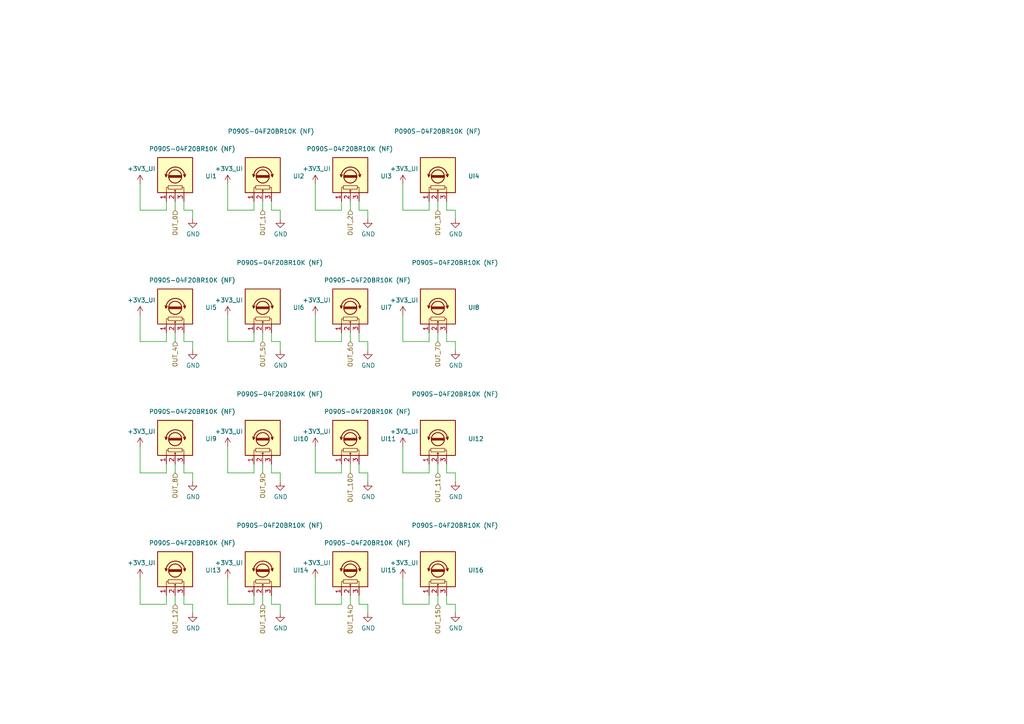
<source format=kicad_sch>
(kicad_sch (version 20211123) (generator eeschema)
  (paper "A4")
  (lib_symbols
    (symbol "power:GND" (power) (pin_names (offset 0))
      (property "Value" "GND" (at 0 -3.81 0))
      (symbol "GND_0_1"
        (polyline (pts (xy 0 0) (xy 0 -1.27) (xy 1.27 -1.27) (xy 0 -2.54) (xy -1.27 -1.27) (xy 0 -1.27)))
      )
      (symbol "GND_1_1"
        (pin power_in line (at 0 0 270) (length 0) hide (name "GND") (number "1"))
      )
    )
    (symbol "suku_basics:+3V3_UI" (power) (pin_names (offset 0))
      (property "Value" "+3V3_UI" (at 0 3.556 0))
      (symbol "+3V3_UI_0_1"
        (polyline (pts (xy -0.762 1.27) (xy 0 2.54)))
        (polyline (pts (xy 0 0) (xy 0 2.54)))
        (polyline (pts (xy 0 2.54) (xy 0.762 1.27)))
      )
      (symbol "+3V3_UI_1_1"
        (pin power_in line (at 0 0 90) (length 0) hide (name "+3V3_UI") (number "1"))
      )
    )
    (symbol "suku_basics:UI_Potentiometer" (pin_names (offset 0.254) hide)
      (property "Reference" "UI" (at 0 11.684 0))
      (property "Value" "UI_Potentiometer" (at 0 -12.7 0))
      (symbol "UI_Potentiometer_0_1"
        (rectangle (start -5.08 5.08) (end 5.08 -5.08) (stroke (width 0.254)) (fill (type background)))
        (rectangle (start -4.064 2.032) (end -3.048 -2.032))
        (arc (start -0.381 -2.794) (mid 2.3622 -0.0508) (end -0.381 2.667) (stroke (width 0.254)))
        (circle (center -0.381 0) (radius 1.905) (stroke (width 0.254)))
        (polyline (pts (xy -0.635 -1.778) (xy -0.635 1.778)) (stroke (width 0.254)))
        (polyline (pts (xy -0.381 -1.778) (xy -0.381 1.778)) (stroke (width 0.254)))
        (polyline (pts (xy -0.127 1.778) (xy -0.127 -1.778)) (stroke (width 0.254)))
        (polyline (pts (xy 0.254 -3.048) (xy -0.508 -2.794) (xy 0.127 -2.413)) (stroke (width 0.254)))
        (polyline (pts (xy 0.254 2.921) (xy -0.508 2.667) (xy 0.127 2.286)) (stroke (width 0.254)))
        (polyline (pts (xy -5.08 -2.54) (xy -3.81 -2.54) (xy -3.556 -2.54) (xy -3.556 -2.032)))
        (polyline (pts (xy -5.08 2.54) (xy -3.81 2.54) (xy -3.556 2.54) (xy -3.556 2.032)))
        (polyline (pts (xy -5.08 0) (xy -4.318 0) (xy -4.572 0.254) (xy -4.572 -0.254) (xy -4.318 0)))
      )
      (symbol "UI_Potentiometer_1_1"
        (pin passive line (at -7.62 2.54 0) (length 2.54) (name "1") (number "1"))
        (pin passive line (at -7.62 0 0) (length 2.54) (name "2") (number "2"))
        (pin passive line (at -7.62 -2.54 0) (length 2.54) (name "3") (number "3"))
        (pin no_connect line (at 0 7.62 270) (length 2.54) hide (name "4") (number "4"))
        (pin no_connect line (at 0 -7.62 90) (length 2.54) hide (name "5") (number "5"))
      )
    )
  )
  (wire (pts (xy 91.44 129.54) (xy 91.44 137.16)))
  (wire (pts (xy 91.44 60.96) (xy 99.06 60.96)))
  (wire (pts (xy 53.34 175.26) (xy 53.34 172.72)))
  (wire (pts (xy 106.68 137.16) (xy 104.14 137.16)))
  (wire (pts (xy 116.84 60.96) (xy 124.46 60.96)))
  (wire (pts (xy 106.68 63.5) (xy 106.68 60.96)))
  (wire (pts (xy 132.08 99.06) (xy 129.54 99.06)))
  (wire (pts (xy 40.64 99.06) (xy 48.26 99.06)))
  (wire (pts (xy 55.88 60.96) (xy 53.34 60.96)))
  (wire (pts (xy 40.64 91.44) (xy 40.64 99.06)))
  (wire (pts (xy 129.54 60.96) (xy 129.54 58.42)))
  (wire (pts (xy 55.88 137.16) (xy 53.34 137.16)))
  (wire (pts (xy 106.68 177.8) (xy 106.68 175.26)))
  (wire (pts (xy 76.2 175.26) (xy 76.2 172.72)))
  (wire (pts (xy 73.66 175.26) (xy 73.66 172.72)))
  (wire (pts (xy 91.44 53.34) (xy 91.44 60.96)))
  (wire (pts (xy 81.28 60.96) (xy 78.74 60.96)))
  (wire (pts (xy 40.64 137.16) (xy 48.26 137.16)))
  (wire (pts (xy 124.46 60.96) (xy 124.46 58.42)))
  (wire (pts (xy 104.14 99.06) (xy 104.14 96.52)))
  (wire (pts (xy 91.44 175.26) (xy 99.06 175.26)))
  (wire (pts (xy 81.28 175.26) (xy 78.74 175.26)))
  (wire (pts (xy 53.34 60.96) (xy 53.34 58.42)))
  (wire (pts (xy 48.26 99.06) (xy 48.26 96.52)))
  (wire (pts (xy 116.84 53.34) (xy 116.84 60.96)))
  (wire (pts (xy 101.6 137.16) (xy 101.6 134.62)))
  (wire (pts (xy 132.08 139.7) (xy 132.08 137.16)))
  (wire (pts (xy 50.8 175.26) (xy 50.8 172.72)))
  (wire (pts (xy 99.06 137.16) (xy 99.06 134.62)))
  (wire (pts (xy 76.2 137.16) (xy 76.2 134.62)))
  (wire (pts (xy 40.64 60.96) (xy 48.26 60.96)))
  (wire (pts (xy 66.04 99.06) (xy 73.66 99.06)))
  (wire (pts (xy 101.6 99.06) (xy 101.6 96.52)))
  (wire (pts (xy 106.68 99.06) (xy 104.14 99.06)))
  (wire (pts (xy 55.88 63.5) (xy 55.88 60.96)))
  (wire (pts (xy 55.88 101.6) (xy 55.88 99.06)))
  (wire (pts (xy 106.68 101.6) (xy 106.68 99.06)))
  (wire (pts (xy 101.6 175.26) (xy 101.6 172.72)))
  (wire (pts (xy 40.64 53.34) (xy 40.64 60.96)))
  (wire (pts (xy 81.28 177.8) (xy 81.28 175.26)))
  (wire (pts (xy 116.84 129.54) (xy 116.84 137.16)))
  (wire (pts (xy 66.04 167.64) (xy 66.04 175.26)))
  (wire (pts (xy 78.74 137.16) (xy 78.74 134.62)))
  (wire (pts (xy 48.26 60.96) (xy 48.26 58.42)))
  (wire (pts (xy 81.28 101.6) (xy 81.28 99.06)))
  (wire (pts (xy 40.64 175.26) (xy 48.26 175.26)))
  (wire (pts (xy 91.44 167.64) (xy 91.44 175.26)))
  (wire (pts (xy 124.46 137.16) (xy 124.46 134.62)))
  (wire (pts (xy 66.04 175.26) (xy 73.66 175.26)))
  (wire (pts (xy 66.04 60.96) (xy 73.66 60.96)))
  (wire (pts (xy 99.06 60.96) (xy 99.06 58.42)))
  (wire (pts (xy 129.54 137.16) (xy 129.54 134.62)))
  (wire (pts (xy 129.54 175.26) (xy 129.54 172.72)))
  (wire (pts (xy 78.74 99.06) (xy 78.74 96.52)))
  (wire (pts (xy 78.74 60.96) (xy 78.74 58.42)))
  (wire (pts (xy 127 175.26) (xy 127 172.72)))
  (wire (pts (xy 66.04 129.54) (xy 66.04 137.16)))
  (wire (pts (xy 91.44 99.06) (xy 99.06 99.06)))
  (wire (pts (xy 127 137.16) (xy 127 134.62)))
  (wire (pts (xy 53.34 137.16) (xy 53.34 134.62)))
  (wire (pts (xy 55.88 99.06) (xy 53.34 99.06)))
  (wire (pts (xy 48.26 175.26) (xy 48.26 172.72)))
  (wire (pts (xy 132.08 177.8) (xy 132.08 175.26)))
  (wire (pts (xy 132.08 101.6) (xy 132.08 99.06)))
  (wire (pts (xy 48.26 137.16) (xy 48.26 134.62)))
  (wire (pts (xy 101.6 60.96) (xy 101.6 58.42)))
  (wire (pts (xy 99.06 99.06) (xy 99.06 96.52)))
  (wire (pts (xy 40.64 167.64) (xy 40.64 175.26)))
  (wire (pts (xy 81.28 137.16) (xy 78.74 137.16)))
  (wire (pts (xy 116.84 99.06) (xy 124.46 99.06)))
  (wire (pts (xy 53.34 99.06) (xy 53.34 96.52)))
  (wire (pts (xy 76.2 60.96) (xy 76.2 58.42)))
  (wire (pts (xy 81.28 99.06) (xy 78.74 99.06)))
  (wire (pts (xy 78.74 175.26) (xy 78.74 172.72)))
  (wire (pts (xy 76.2 99.06) (xy 76.2 96.52)))
  (wire (pts (xy 132.08 137.16) (xy 129.54 137.16)))
  (wire (pts (xy 106.68 60.96) (xy 104.14 60.96)))
  (wire (pts (xy 73.66 60.96) (xy 73.66 58.42)))
  (wire (pts (xy 81.28 63.5) (xy 81.28 60.96)))
  (wire (pts (xy 66.04 91.44) (xy 66.04 99.06)))
  (wire (pts (xy 50.8 60.96) (xy 50.8 58.42)))
  (wire (pts (xy 116.84 175.26) (xy 124.46 175.26)))
  (wire (pts (xy 73.66 99.06) (xy 73.66 96.52)))
  (wire (pts (xy 106.68 175.26) (xy 104.14 175.26)))
  (wire (pts (xy 132.08 60.96) (xy 129.54 60.96)))
  (wire (pts (xy 127 99.06) (xy 127 96.52)))
  (wire (pts (xy 106.68 139.7) (xy 106.68 137.16)))
  (wire (pts (xy 40.64 129.54) (xy 40.64 137.16)))
  (wire (pts (xy 50.8 137.16) (xy 50.8 134.62)))
  (wire (pts (xy 66.04 53.34) (xy 66.04 60.96)))
  (wire (pts (xy 116.84 167.64) (xy 116.84 175.26)))
  (wire (pts (xy 104.14 60.96) (xy 104.14 58.42)))
  (wire (pts (xy 132.08 63.5) (xy 132.08 60.96)))
  (wire (pts (xy 116.84 137.16) (xy 124.46 137.16)))
  (wire (pts (xy 104.14 137.16) (xy 104.14 134.62)))
  (wire (pts (xy 91.44 137.16) (xy 99.06 137.16)))
  (wire (pts (xy 50.8 99.06) (xy 50.8 96.52)))
  (wire (pts (xy 129.54 99.06) (xy 129.54 96.52)))
  (wire (pts (xy 116.84 91.44) (xy 116.84 99.06)))
  (wire (pts (xy 124.46 99.06) (xy 124.46 96.52)))
  (wire (pts (xy 127 60.96) (xy 127 58.42)))
  (wire (pts (xy 73.66 137.16) (xy 73.66 134.62)))
  (wire (pts (xy 66.04 137.16) (xy 73.66 137.16)))
  (wire (pts (xy 91.44 91.44) (xy 91.44 99.06)))
  (wire (pts (xy 55.88 175.26) (xy 53.34 175.26)))
  (wire (pts (xy 104.14 175.26) (xy 104.14 172.72)))
  (wire (pts (xy 99.06 175.26) (xy 99.06 172.72)))
  (wire (pts (xy 55.88 177.8) (xy 55.88 175.26)))
  (wire (pts (xy 55.88 139.7) (xy 55.88 137.16)))
  (wire (pts (xy 124.46 175.26) (xy 124.46 172.72)))
  (wire (pts (xy 81.28 139.7) (xy 81.28 137.16)))
  (wire (pts (xy 132.08 175.26) (xy 129.54 175.26)))
  (hierarchical_label "OUT_4" (shape input) (at 50.8 99.06 270))
  (hierarchical_label "OUT_13" (shape input) (at 76.2 175.26 270))
  (hierarchical_label "OUT_5" (shape input) (at 76.2 99.06 270))
  (hierarchical_label "OUT_1" (shape input) (at 76.2 60.96 270))
  (hierarchical_label "OUT_2" (shape input) (at 101.6 60.96 270))
  (hierarchical_label "OUT_12" (shape input) (at 50.8 175.26 270))
  (hierarchical_label "OUT_11" (shape input) (at 127 137.16 270))
  (hierarchical_label "OUT_15" (shape input) (at 127 175.26 270))
  (hierarchical_label "OUT_7" (shape input) (at 127 99.06 270))
  (hierarchical_label "OUT_3" (shape input) (at 127 60.96 270))
  (hierarchical_label "OUT_0" (shape input) (at 50.8 60.96 270))
  (hierarchical_label "OUT_10" (shape input) (at 101.6 137.16 270))
  (hierarchical_label "OUT_14" (shape input) (at 101.6 175.26 270))
  (hierarchical_label "OUT_8" (shape input) (at 50.8 137.16 270))
  (hierarchical_label "OUT_9" (shape input) (at 76.2 137.16 270))
  (hierarchical_label "OUT_6" (shape input) (at 101.6 99.06 270))
  (symbol (lib_id "suku_basics:UI_Potentiometer") (at 50.8 50.8 90) (unit 1)
    (property "Reference" "UI1" (at 59.5376 51.0794 90) (effects (justify right)))
    (property "Value" "P090S-04F20BR10K (NF)" (at 43.18 43.18 90) (effects (justify right)))
    (property "Footprint" "suku_basics:UI_POT_TT" (effects hide))
  )
  (symbol (lib_id "suku_basics:UI_Potentiometer") (at 76.2 50.8 90) (unit 1)
    (property "Reference" "UI2" (at 84.9376 51.0794 90) (effects (justify right)))
    (property "Value" "P090S-04F20BR10K (NF)" (at 66.04 38.1 90) (effects (justify right)))
    (property "Footprint" "suku_basics:UI_POT_TT" (effects hide))
  )
  (symbol (lib_id "suku_basics:UI_Potentiometer") (at 101.6 50.8 90) (unit 1)
    (property "Reference" "UI3" (at 110.3376 51.0794 90) (effects (justify right)))
    (property "Value" "P090S-04F20BR10K (NF)" (at 88.9 43.18 90) (effects (justify right)))
    (property "Footprint" "suku_basics:UI_POT_TT" (effects hide))
  )
  (symbol (lib_id "suku_basics:UI_Potentiometer") (at 127 50.8 90) (unit 1)
    (property "Reference" "UI4" (at 135.7376 51.0794 90) (effects (justify right)))
    (property "Value" "P090S-04F20BR10K (NF)" (at 114.3 38.1 90) (effects (justify right)))
    (property "Footprint" "suku_basics:UI_POT_TT" (effects hide))
  )
  (symbol (lib_id "suku_basics:UI_Potentiometer") (at 50.8 88.9 90) (unit 1)
    (property "Reference" "UI5" (at 59.5376 89.1794 90) (effects (justify right)))
    (property "Value" "P090S-04F20BR10K (NF)" (at 43.18 81.28 90) (effects (justify right)))
    (property "Footprint" "suku_basics:UI_POT_TT" (effects hide))
  )
  (symbol (lib_id "suku_basics:UI_Potentiometer") (at 76.2 88.9 90) (unit 1)
    (property "Reference" "UI6" (at 84.9376 89.1794 90) (effects (justify right)))
    (property "Value" "P090S-04F20BR10K (NF)" (at 68.58 76.2 90) (effects (justify right)))
    (property "Footprint" "suku_basics:UI_POT_TT" (effects hide))
  )
  (symbol (lib_id "suku_basics:UI_Potentiometer") (at 101.6 88.9 90) (unit 1)
    (property "Reference" "UI7" (at 110.3376 89.1794 90) (effects (justify right)))
    (property "Value" "P090S-04F20BR10K (NF)" (at 93.98 81.28 90) (effects (justify right)))
    (property "Footprint" "suku_basics:UI_POT_TT" (effects hide))
  )
  (symbol (lib_id "suku_basics:UI_Potentiometer") (at 127 88.9 90) (unit 1)
    (property "Reference" "UI8" (at 135.7376 89.1794 90) (effects (justify right)))
    (property "Value" "P090S-04F20BR10K (NF)" (at 119.38 76.2 90) (effects (justify right)))
    (property "Footprint" "suku_basics:UI_POT_TT" (effects hide))
  )
  (symbol (lib_id "suku_basics:UI_Potentiometer") (at 50.8 127 90) (unit 1)
    (property "Reference" "UI9" (at 59.5376 127.2794 90) (effects (justify right)))
    (property "Value" "P090S-04F20BR10K (NF)" (at 43.18 119.38 90) (effects (justify right)))
    (property "Footprint" "suku_basics:UI_POT_TT" (effects hide))
  )
  (symbol (lib_id "suku_basics:UI_Potentiometer") (at 76.2 127 90) (unit 1)
    (property "Reference" "UI10" (at 84.9376 127.2794 90) (effects (justify right)))
    (property "Value" "P090S-04F20BR10K (NF)" (at 68.58 114.3 90) (effects (justify right)))
    (property "Footprint" "suku_basics:UI_POT_TT" (effects hide))
  )
  (symbol (lib_id "suku_basics:UI_Potentiometer") (at 101.6 127 90) (unit 1)
    (property "Reference" "UI11" (at 110.3376 127.2794 90) (effects (justify right)))
    (property "Value" "P090S-04F20BR10K (NF)" (at 93.98 119.38 90) (effects (justify right)))
    (property "Footprint" "suku_basics:UI_POT_TT" (effects hide))
  )
  (symbol (lib_id "suku_basics:UI_Potentiometer") (at 127 127 90) (unit 1)
    (property "Reference" "UI12" (at 135.7376 127.2794 90) (effects (justify right)))
    (property "Value" "P090S-04F20BR10K (NF)" (at 119.38 114.3 90) (effects (justify right)))
    (property "Footprint" "suku_basics:UI_POT_TT" (effects hide))
  )
  (symbol (lib_id "suku_basics:UI_Potentiometer") (at 50.8 165.1 90) (unit 1)
    (property "Reference" "UI13" (at 59.5376 165.3794 90) (effects (justify right)))
    (property "Value" "P090S-04F20BR10K (NF)" (at 43.18 157.48 90) (effects (justify right)))
    (property "Footprint" "suku_basics:UI_POT_TT" (effects hide))
  )
  (symbol (lib_id "suku_basics:UI_Potentiometer") (at 76.2 165.1 90) (unit 1)
    (property "Reference" "UI14" (at 84.9376 165.3794 90) (effects (justify right)))
    (property "Value" "P090S-04F20BR10K (NF)" (at 68.58 152.4 90) (effects (justify right)))
    (property "Footprint" "suku_basics:UI_POT_TT" (effects hide))
  )
  (symbol (lib_id "suku_basics:UI_Potentiometer") (at 101.6 165.1 90) (unit 1)
    (property "Reference" "UI15" (at 110.3376 165.3794 90) (effects (justify right)))
    (property "Value" "P090S-04F20BR10K (NF)" (at 93.98 157.48 90) (effects (justify right)))
    (property "Footprint" "suku_basics:UI_POT_TT" (effects hide))
  )
  (symbol (lib_id "suku_basics:UI_Potentiometer") (at 127 165.1 90) (unit 1)
    (property "Reference" "UI16" (at 135.7376 165.3794 90) (effects (justify right)))
    (property "Value" "P090S-04F20BR10K (NF)" (at 119.38 152.4 90) (effects (justify right)))
    (property "Footprint" "suku_basics:UI_POT_TT" (effects hide))
  )
  (symbol (lib_id "suku_basics:+3V3_UI") (at 40.64 53.34 0) (unit 1)
    (property "Reference" "#PWR049" (effects hide))
    (property "Value" "+3V3_UI" (at 41.021 48.9458 0))
  )
  (symbol (lib_id "power:GND") (at 55.88 63.5 0) (unit 1)
    (property "Reference" "#PWR053" (effects hide))
    (property "Value" "GND" (at 56.007 67.8942 0))
  )
  (symbol (lib_id "suku_basics:+3V3_UI") (at 66.04 53.34 0) (unit 1)
    (property "Reference" "#PWR050" (effects hide))
    (property "Value" "+3V3_UI" (at 66.421 48.9458 0))
  )
  (symbol (lib_id "power:GND") (at 81.28 63.5 0) (unit 1)
    (property "Reference" "#PWR054" (effects hide))
    (property "Value" "GND" (at 81.407 67.8942 0))
  )
  (symbol (lib_id "suku_basics:+3V3_UI") (at 91.44 53.34 0) (unit 1)
    (property "Reference" "#PWR051" (effects hide))
    (property "Value" "+3V3_UI" (at 91.821 48.9458 0))
  )
  (symbol (lib_id "power:GND") (at 106.68 63.5 0) (unit 1)
    (property "Reference" "#PWR055" (effects hide))
    (property "Value" "GND" (at 106.807 67.8942 0))
  )
  (symbol (lib_id "suku_basics:+3V3_UI") (at 116.84 53.34 0) (unit 1)
    (property "Reference" "#PWR052" (effects hide))
    (property "Value" "+3V3_UI" (at 117.221 48.9458 0))
  )
  (symbol (lib_id "power:GND") (at 132.08 63.5 0) (unit 1)
    (property "Reference" "#PWR056" (effects hide))
    (property "Value" "GND" (at 132.207 67.8942 0))
  )
  (symbol (lib_id "suku_basics:+3V3_UI") (at 40.64 91.44 0) (unit 1)
    (property "Reference" "#PWR057" (effects hide))
    (property "Value" "+3V3_UI" (at 41.021 87.0458 0))
  )
  (symbol (lib_id "power:GND") (at 55.88 101.6 0) (unit 1)
    (property "Reference" "#PWR061" (effects hide))
    (property "Value" "GND" (at 56.007 105.9942 0))
  )
  (symbol (lib_id "suku_basics:+3V3_UI") (at 66.04 91.44 0) (unit 1)
    (property "Reference" "#PWR058" (effects hide))
    (property "Value" "+3V3_UI" (at 66.421 87.0458 0))
  )
  (symbol (lib_id "power:GND") (at 81.28 101.6 0) (unit 1)
    (property "Reference" "#PWR062" (effects hide))
    (property "Value" "GND" (at 81.407 105.9942 0))
  )
  (symbol (lib_id "suku_basics:+3V3_UI") (at 91.44 91.44 0) (unit 1)
    (property "Reference" "#PWR059" (effects hide))
    (property "Value" "+3V3_UI" (at 91.821 87.0458 0))
  )
  (symbol (lib_id "power:GND") (at 106.68 101.6 0) (unit 1)
    (property "Reference" "#PWR063" (effects hide))
    (property "Value" "GND" (at 106.807 105.9942 0))
  )
  (symbol (lib_id "suku_basics:+3V3_UI") (at 116.84 91.44 0) (unit 1)
    (property "Reference" "#PWR060" (effects hide))
    (property "Value" "+3V3_UI" (at 117.221 87.0458 0))
  )
  (symbol (lib_id "power:GND") (at 132.08 101.6 0) (unit 1)
    (property "Reference" "#PWR064" (effects hide))
    (property "Value" "GND" (at 132.207 105.9942 0))
  )
  (symbol (lib_id "suku_basics:+3V3_UI") (at 40.64 129.54 0) (unit 1)
    (property "Reference" "#PWR065" (effects hide))
    (property "Value" "+3V3_UI" (at 41.021 125.1458 0))
  )
  (symbol (lib_id "power:GND") (at 55.88 139.7 0) (unit 1)
    (property "Reference" "#PWR069" (effects hide))
    (property "Value" "GND" (at 56.007 144.0942 0))
  )
  (symbol (lib_id "suku_basics:+3V3_UI") (at 66.04 129.54 0) (unit 1)
    (property "Reference" "#PWR066" (effects hide))
    (property "Value" "+3V3_UI" (at 66.421 125.1458 0))
  )
  (symbol (lib_id "power:GND") (at 81.28 139.7 0) (unit 1)
    (property "Reference" "#PWR070" (effects hide))
    (property "Value" "GND" (at 81.407 144.0942 0))
  )
  (symbol (lib_id "suku_basics:+3V3_UI") (at 91.44 129.54 0) (unit 1)
    (property "Reference" "#PWR067" (effects hide))
    (property "Value" "+3V3_UI" (at 91.821 125.1458 0))
  )
  (symbol (lib_id "power:GND") (at 106.68 139.7 0) (unit 1)
    (property "Reference" "#PWR071" (effects hide))
    (property "Value" "GND" (at 106.807 144.0942 0))
  )
  (symbol (lib_id "suku_basics:+3V3_UI") (at 116.84 129.54 0) (unit 1)
    (property "Reference" "#PWR068" (effects hide))
    (property "Value" "+3V3_UI" (at 117.221 125.1458 0))
  )
  (symbol (lib_id "power:GND") (at 132.08 139.7 0) (unit 1)
    (property "Reference" "#PWR072" (effects hide))
    (property "Value" "GND" (at 132.207 144.0942 0))
  )
  (symbol (lib_id "suku_basics:+3V3_UI") (at 40.64 167.64 0) (unit 1)
    (property "Reference" "#PWR073" (effects hide))
    (property "Value" "+3V3_UI" (at 41.021 163.2458 0))
  )
  (symbol (lib_id "power:GND") (at 55.88 177.8 0) (unit 1)
    (property "Reference" "#PWR077" (effects hide))
    (property "Value" "GND" (at 56.007 182.1942 0))
  )
  (symbol (lib_id "suku_basics:+3V3_UI") (at 66.04 167.64 0) (unit 1)
    (property "Reference" "#PWR074" (effects hide))
    (property "Value" "+3V3_UI" (at 66.421 163.2458 0))
  )
  (symbol (lib_id "power:GND") (at 81.28 177.8 0) (unit 1)
    (property "Reference" "#PWR078" (effects hide))
    (property "Value" "GND" (at 81.407 182.1942 0))
  )
  (symbol (lib_id "suku_basics:+3V3_UI") (at 91.44 167.64 0) (unit 1)
    (property "Reference" "#PWR075" (effects hide))
    (property "Value" "+3V3_UI" (at 91.821 163.2458 0))
  )
  (symbol (lib_id "power:GND") (at 106.68 177.8 0) (unit 1)
    (property "Reference" "#PWR079" (effects hide))
    (property "Value" "GND" (at 106.807 182.1942 0))
  )
  (symbol (lib_id "suku_basics:+3V3_UI") (at 116.84 167.64 0) (unit 1)
    (property "Reference" "#PWR076" (effects hide))
    (property "Value" "+3V3_UI" (at 117.221 163.2458 0))
  )
  (symbol (lib_id "power:GND") (at 132.08 177.8 0) (unit 1)
    (property "Reference" "#PWR080" (effects hide))
    (property "Value" "GND" (at 132.207 182.1942 0))
  )
)
</source>
